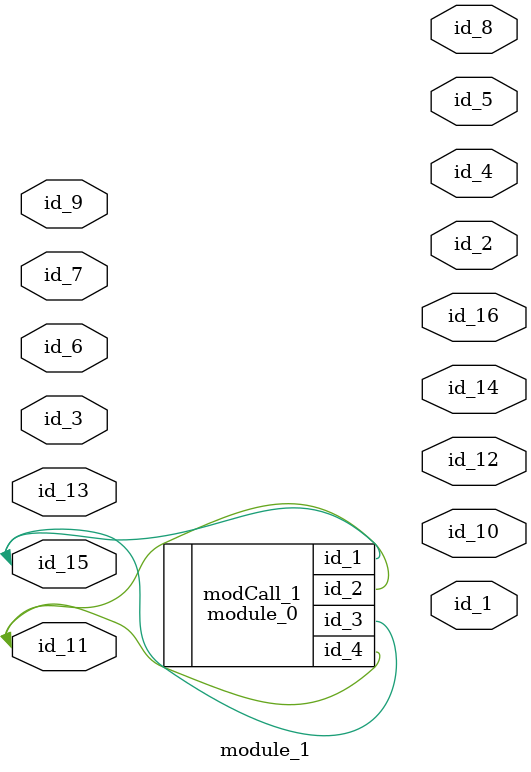
<source format=v>
module module_0 (
    id_1,
    id_2,
    id_3,
    id_4
);
  inout wire id_4;
  inout wire id_3;
  output wire id_2;
  inout wire id_1;
endmodule
module module_1 (
    id_1,
    id_2,
    id_3,
    id_4,
    id_5,
    id_6,
    id_7,
    id_8,
    id_9,
    id_10,
    id_11,
    id_12,
    id_13,
    id_14,
    id_15,
    id_16
);
  output wire id_16;
  inout wire id_15;
  output wire id_14;
  inout wire id_13;
  output wire id_12;
  inout wire id_11;
  module_0 modCall_1 (
      id_15,
      id_11,
      id_15,
      id_11
  );
  output wire id_10;
  input wire id_9;
  output wire id_8;
  inout wire id_7;
  input wire id_6;
  output wire id_5;
  output wire id_4;
  inout wire id_3;
  output wire id_2;
  output wire id_1;
  parameter id_17 = 1;
endmodule

</source>
